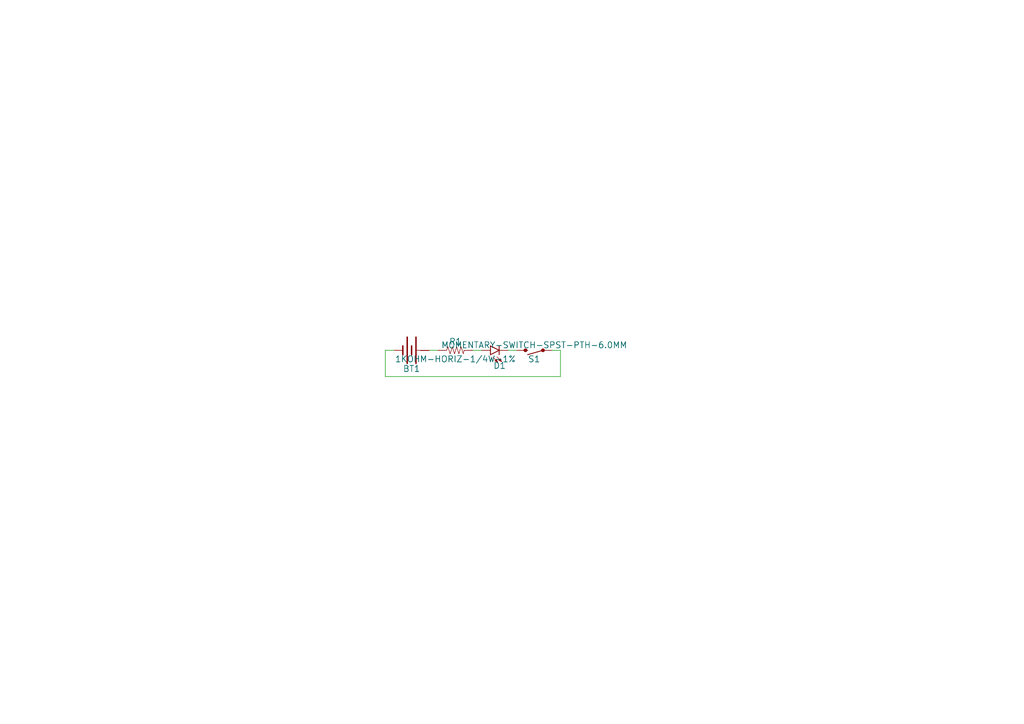
<source format=kicad_sch>
(kicad_sch (version 20230121) (generator eeschema)
  (paper "A4")
  (lib_symbols
    (symbol "working-eagle-import:1KOHM-HORIZ-1/4W-1%"
      (property "Reference" "R" (at 0 1.524 0))
      (symbol "1KOHM-HORIZ-1/4W-1%_1_0"
        (polyline (pts (xy -2.54 0) (xy -2.159 1.016)) (stroke (width 0.1524)))
        (polyline (pts (xy -2.159 1.016) (xy -1.524 -1.016)) (stroke (width 0.1524)))
        (polyline (pts (xy -1.524 -1.016) (xy -0.889 1.016)) (stroke (width 0.1524)))
        (polyline (pts (xy -0.889 1.016) (xy -0.254 -1.016)) (stroke (width 0.1524)))
        (polyline (pts (xy -0.254 -1.016) (xy 0.381 1.016)) (stroke (width 0.1524)))
        (polyline (pts (xy 0.381 1.016) (xy 1.016 -1.016)) (stroke (width 0.1524)))
        (polyline (pts (xy 1.016 -1.016) (xy 1.651 1.016)) (stroke (width 0.1524)))
        (polyline (pts (xy 1.651 1.016) (xy 2.286 -1.016)) (stroke (width 0.1524)))
        (polyline (pts (xy 2.286 -1.016) (xy 2.54 0)) (stroke (width 0.1524)))
        (pin passive line (at -5.08 0 0) (length 2.54) (name "1") (number "P$1"))
        (pin passive line (at 5.08 0 180) (length 2.54) (name "2") (number "P$2"))
      )
    )
    (symbol "working-eagle-import:BATTERY-20MM_SMD_4LEGS"
      (property "Reference" "BT" (at 0 4.318 0))
      (symbol "BATTERY-20MM_SMD_4LEGS_1_0"
        (polyline (pts (xy -2.54 0) (xy -1.524 0)) (stroke (width 0.1524)))
        (polyline (pts (xy -1.27 3.81) (xy -1.27 -3.81)) (stroke (width 0.4064)))
        (polyline (pts (xy 0 1.27) (xy 0 -1.27)) (stroke (width 0.4064)))
        (polyline (pts (xy 1.27 3.81) (xy 1.27 -3.81)) (stroke (width 0.4064)))
        (polyline (pts (xy 2.54 1.27) (xy 2.54 -1.27)) (stroke (width 0.4064)))
        (pin power_in line (at 5.08 0 180) (length 2.54) (name "-") (number "NEGATIVE"))
        (pin power_in line (at -5.08 0 0) (length 2.54) (name "+") (number "POSITIVE@1"))
        (pin power_in line (at -5.08 0 0) (length 2.54) (name "+") (number "POSITIVE@2"))
        (pin power_in line (at -5.08 0 0) (length 2.54) (name "+") (number "POSITIVE@3"))
        (pin power_in line (at -5.08 0 0) (length 2.54) (name "+") (number "POSITIVE@4"))
      )
    )
    (symbol "working-eagle-import:LED5MM"
      (property "Reference" "D" (at -3.429 -4.572 90))
      (symbol "LED5MM_1_0"
        (polyline (pts (xy -2.032 -0.762) (xy -3.429 -2.159)) (stroke (width 0.1524)))
        (polyline (pts (xy -1.905 -1.905) (xy -3.302 -3.302)) (stroke (width 0.1524)))
        (polyline (pts (xy 0 -2.54) (xy -1.27 -2.54)) (stroke (width 0.254)))
        (polyline (pts (xy 0 -2.54) (xy -1.27 0)) (stroke (width 0.254)))
        (polyline (pts (xy 1.27 -2.54) (xy 0 -2.54)) (stroke (width 0.254)))
        (polyline (pts (xy 1.27 0) (xy -1.27 0)) (stroke (width 0.254)))
        (polyline (pts (xy 1.27 0) (xy 0 -2.54)) (stroke (width 0.254)))
        (polyline (pts (xy -3.429 -2.159) (xy -3.048 -1.27) (xy -2.54 -1.778)) (stroke (width 0.1524)) (fill (type outline)))
        (polyline (pts (xy -3.302 -3.302) (xy -2.921 -2.413) (xy -2.413 -2.921)) (stroke (width 0.1524)) (fill (type outline)))
        (pin passive line (at 0 2.54 270) (length 2.54) (name "A") (number "A"))
        (pin passive line (at 0 -5.08 90) (length 2.54) (name "C") (number "K"))
      )
    )
    (symbol "working-eagle-import:MOMENTARY-SWITCH-SPST-PTH-6.0MM"
      (property "Reference" "S" (at 0 1.524 0))
      (symbol "MOMENTARY-SWITCH-SPST-PTH-6.0MM_1_0"
        (circle (center -2.54 0) (radius 0.127) (stroke (width 0.4064)))
        (polyline (pts (xy -2.54 0) (xy 1.905 1.27)) (stroke (width 0.254)))
        (polyline (pts (xy 1.905 0) (xy 2.54 0)) (stroke (width 0.254)))
        (circle (center 2.54 0) (radius 0.127) (stroke (width 0.4064)))
        (pin passive line (at -5.08 0 0) (length 2.54) (name "1") (number "1"))
        (pin passive line (at 5.08 0 180) (length 2.54) (name "2") (number "3"))
      )
    )
  )
  (wire (pts (xy 137.16 101.6) (xy 139.7 101.6)) (stroke (width 0.1524)))
  (wire (pts (xy 111.76 109.22) (xy 111.76 101.6)) (stroke (width 0.1524)))
  (wire (pts (xy 111.76 101.6) (xy 114.3 101.6)) (stroke (width 0.1524)))
  (wire (pts (xy 160.02 101.6) (xy 162.56 101.6)) (stroke (width 0.1524)))
  (wire (pts (xy 147.32 101.6) (xy 149.86 101.6)) (stroke (width 0.1524)))
  (wire (pts (xy 162.56 101.6) (xy 162.56 109.22)) (stroke (width 0.1524)))
  (wire (pts (xy 162.56 109.22) (xy 111.76 109.22)) (stroke (width 0.1524)))
  (wire (pts (xy 124.46 101.6) (xy 127 101.6)) (stroke (width 0.1524)))
  (symbol (lib_id "working-eagle-import:LED5MM") (at 142.24 101.6 90) (unit 1)
    (property "Reference" "D1" (at 146.812 105.029 90) (effects (font (size 1.778 1.778)) (justify left bottom)))
    (property "Value" "LED5MM" (effects hide))
    (property "Footprint" "working:LED_5MM" (effects hide))
  )
  (symbol (lib_id "working-eagle-import:BATTERY-20MM_SMD_4LEGS") (at 119.38 101.6 180) (unit 1)
    (property "Reference" "BT1" (at 119.38 105.918 0) (effects (font (size 1.778 1.778)) (justify bottom)))
    (property "Value" "BATTERY-20MM_SMD_4LEGS" (effects hide))
    (property "Footprint" "working:BATTCON_20MM_4LEGS" (effects hide))
  )
  (symbol (lib_id "working-eagle-import:MOMENTARY-SWITCH-SPST-PTH-6.0MM") (at 154.94 101.6 180) (unit 1)
    (property "Reference" "S1" (at 154.94 103.124 0) (effects (font (size 1.778 1.778)) (justify bottom)))
    (property "Value" "MOMENTARY-SWITCH-SPST-PTH-6.0MM" (at 154.94 101.092 0) (effects (font (size 1.778 1.778)) (justify top)))
    (property "Footprint" "working:TACTILE_SWITCH_PTH_6.0MM" (effects hide))
  )
  (symbol (lib_id "working-eagle-import:1KOHM-HORIZ-1/4W-1%") (at 132.08 101.6 0) (unit 1)
    (property "Reference" "R1" (at 132.08 100.076 0) (effects (font (size 1.778 1.778)) (justify bottom)))
    (property "Value" "1KOHM-HORIZ-1/4W-1%" (at 132.08 103.124 0) (effects (font (size 1.778 1.778)) (justify top)))
    (property "Footprint" "working:AXIAL-0.3" (effects hide))
  )
)
</source>
